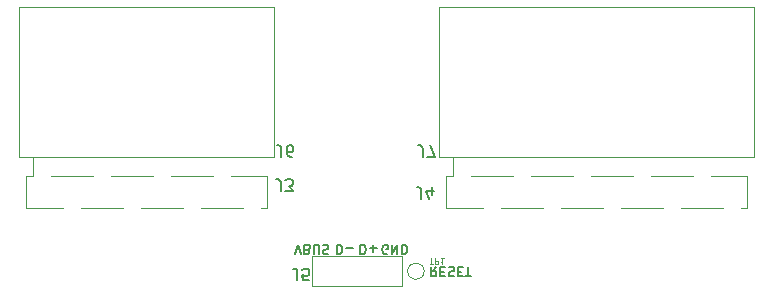
<source format=gbr>
%TF.GenerationSoftware,KiCad,Pcbnew,8.0.6*%
%TF.CreationDate,2024-11-25T22:11:24+01:00*%
%TF.ProjectId,nard_sam,6e617264-5f73-4616-9d2e-6b696361645f,rev?*%
%TF.SameCoordinates,Original*%
%TF.FileFunction,Legend,Bot*%
%TF.FilePolarity,Positive*%
%FSLAX46Y46*%
G04 Gerber Fmt 4.6, Leading zero omitted, Abs format (unit mm)*
G04 Created by KiCad (PCBNEW 8.0.6) date 2024-11-25 22:11:24*
%MOMM*%
%LPD*%
G01*
G04 APERTURE LIST*
%ADD10C,0.150000*%
%ADD11C,0.050000*%
%ADD12C,0.120000*%
G04 APERTURE END LIST*
D10*
X101095238Y-76437704D02*
X101095238Y-77237704D01*
X101095238Y-77237704D02*
X101285714Y-77237704D01*
X101285714Y-77237704D02*
X101400000Y-77199609D01*
X101400000Y-77199609D02*
X101476190Y-77123419D01*
X101476190Y-77123419D02*
X101514285Y-77047228D01*
X101514285Y-77047228D02*
X101552381Y-76894847D01*
X101552381Y-76894847D02*
X101552381Y-76780561D01*
X101552381Y-76780561D02*
X101514285Y-76628180D01*
X101514285Y-76628180D02*
X101476190Y-76551990D01*
X101476190Y-76551990D02*
X101400000Y-76475800D01*
X101400000Y-76475800D02*
X101285714Y-76437704D01*
X101285714Y-76437704D02*
X101095238Y-76437704D01*
X101895238Y-76742466D02*
X102504762Y-76742466D01*
X102200000Y-76437704D02*
X102200000Y-77047228D01*
X107538095Y-78337704D02*
X107271428Y-78718657D01*
X107080952Y-78337704D02*
X107080952Y-79137704D01*
X107080952Y-79137704D02*
X107385714Y-79137704D01*
X107385714Y-79137704D02*
X107461904Y-79099609D01*
X107461904Y-79099609D02*
X107499999Y-79061514D01*
X107499999Y-79061514D02*
X107538095Y-78985323D01*
X107538095Y-78985323D02*
X107538095Y-78871038D01*
X107538095Y-78871038D02*
X107499999Y-78794847D01*
X107499999Y-78794847D02*
X107461904Y-78756752D01*
X107461904Y-78756752D02*
X107385714Y-78718657D01*
X107385714Y-78718657D02*
X107080952Y-78718657D01*
X107880952Y-78756752D02*
X108147618Y-78756752D01*
X108261904Y-78337704D02*
X107880952Y-78337704D01*
X107880952Y-78337704D02*
X107880952Y-79137704D01*
X107880952Y-79137704D02*
X108261904Y-79137704D01*
X108566666Y-78375800D02*
X108680952Y-78337704D01*
X108680952Y-78337704D02*
X108871428Y-78337704D01*
X108871428Y-78337704D02*
X108947619Y-78375800D01*
X108947619Y-78375800D02*
X108985714Y-78413895D01*
X108985714Y-78413895D02*
X109023809Y-78490085D01*
X109023809Y-78490085D02*
X109023809Y-78566276D01*
X109023809Y-78566276D02*
X108985714Y-78642466D01*
X108985714Y-78642466D02*
X108947619Y-78680561D01*
X108947619Y-78680561D02*
X108871428Y-78718657D01*
X108871428Y-78718657D02*
X108719047Y-78756752D01*
X108719047Y-78756752D02*
X108642857Y-78794847D01*
X108642857Y-78794847D02*
X108604762Y-78832942D01*
X108604762Y-78832942D02*
X108566666Y-78909133D01*
X108566666Y-78909133D02*
X108566666Y-78985323D01*
X108566666Y-78985323D02*
X108604762Y-79061514D01*
X108604762Y-79061514D02*
X108642857Y-79099609D01*
X108642857Y-79099609D02*
X108719047Y-79137704D01*
X108719047Y-79137704D02*
X108909524Y-79137704D01*
X108909524Y-79137704D02*
X109023809Y-79099609D01*
X109366667Y-78756752D02*
X109633333Y-78756752D01*
X109747619Y-78337704D02*
X109366667Y-78337704D01*
X109366667Y-78337704D02*
X109366667Y-79137704D01*
X109366667Y-79137704D02*
X109747619Y-79137704D01*
X109976191Y-79137704D02*
X110433334Y-79137704D01*
X110204762Y-78337704D02*
X110204762Y-79137704D01*
X99095238Y-76437704D02*
X99095238Y-77237704D01*
X99095238Y-77237704D02*
X99285714Y-77237704D01*
X99285714Y-77237704D02*
X99400000Y-77199609D01*
X99400000Y-77199609D02*
X99476190Y-77123419D01*
X99476190Y-77123419D02*
X99514285Y-77047228D01*
X99514285Y-77047228D02*
X99552381Y-76894847D01*
X99552381Y-76894847D02*
X99552381Y-76780561D01*
X99552381Y-76780561D02*
X99514285Y-76628180D01*
X99514285Y-76628180D02*
X99476190Y-76551990D01*
X99476190Y-76551990D02*
X99400000Y-76475800D01*
X99400000Y-76475800D02*
X99285714Y-76437704D01*
X99285714Y-76437704D02*
X99095238Y-76437704D01*
X99895238Y-76742466D02*
X100504762Y-76742466D01*
X103390476Y-77199609D02*
X103314286Y-77237704D01*
X103314286Y-77237704D02*
X103200000Y-77237704D01*
X103200000Y-77237704D02*
X103085714Y-77199609D01*
X103085714Y-77199609D02*
X103009524Y-77123419D01*
X103009524Y-77123419D02*
X102971429Y-77047228D01*
X102971429Y-77047228D02*
X102933333Y-76894847D01*
X102933333Y-76894847D02*
X102933333Y-76780561D01*
X102933333Y-76780561D02*
X102971429Y-76628180D01*
X102971429Y-76628180D02*
X103009524Y-76551990D01*
X103009524Y-76551990D02*
X103085714Y-76475800D01*
X103085714Y-76475800D02*
X103200000Y-76437704D01*
X103200000Y-76437704D02*
X103276191Y-76437704D01*
X103276191Y-76437704D02*
X103390476Y-76475800D01*
X103390476Y-76475800D02*
X103428572Y-76513895D01*
X103428572Y-76513895D02*
X103428572Y-76780561D01*
X103428572Y-76780561D02*
X103276191Y-76780561D01*
X103771429Y-76437704D02*
X103771429Y-77237704D01*
X103771429Y-77237704D02*
X104228572Y-76437704D01*
X104228572Y-76437704D02*
X104228572Y-77237704D01*
X104609524Y-76437704D02*
X104609524Y-77237704D01*
X104609524Y-77237704D02*
X104800000Y-77237704D01*
X104800000Y-77237704D02*
X104914286Y-77199609D01*
X104914286Y-77199609D02*
X104990476Y-77123419D01*
X104990476Y-77123419D02*
X105028571Y-77047228D01*
X105028571Y-77047228D02*
X105066667Y-76894847D01*
X105066667Y-76894847D02*
X105066667Y-76780561D01*
X105066667Y-76780561D02*
X105028571Y-76628180D01*
X105028571Y-76628180D02*
X104990476Y-76551990D01*
X104990476Y-76551990D02*
X104914286Y-76475800D01*
X104914286Y-76475800D02*
X104800000Y-76437704D01*
X104800000Y-76437704D02*
X104609524Y-76437704D01*
X95533333Y-77237704D02*
X95800000Y-76437704D01*
X95800000Y-76437704D02*
X96066666Y-77237704D01*
X96599999Y-76856752D02*
X96714285Y-76818657D01*
X96714285Y-76818657D02*
X96752380Y-76780561D01*
X96752380Y-76780561D02*
X96790476Y-76704371D01*
X96790476Y-76704371D02*
X96790476Y-76590085D01*
X96790476Y-76590085D02*
X96752380Y-76513895D01*
X96752380Y-76513895D02*
X96714285Y-76475800D01*
X96714285Y-76475800D02*
X96638095Y-76437704D01*
X96638095Y-76437704D02*
X96333333Y-76437704D01*
X96333333Y-76437704D02*
X96333333Y-77237704D01*
X96333333Y-77237704D02*
X96599999Y-77237704D01*
X96599999Y-77237704D02*
X96676190Y-77199609D01*
X96676190Y-77199609D02*
X96714285Y-77161514D01*
X96714285Y-77161514D02*
X96752380Y-77085323D01*
X96752380Y-77085323D02*
X96752380Y-77009133D01*
X96752380Y-77009133D02*
X96714285Y-76932942D01*
X96714285Y-76932942D02*
X96676190Y-76894847D01*
X96676190Y-76894847D02*
X96599999Y-76856752D01*
X96599999Y-76856752D02*
X96333333Y-76856752D01*
X97133333Y-77237704D02*
X97133333Y-76590085D01*
X97133333Y-76590085D02*
X97171428Y-76513895D01*
X97171428Y-76513895D02*
X97209523Y-76475800D01*
X97209523Y-76475800D02*
X97285714Y-76437704D01*
X97285714Y-76437704D02*
X97438095Y-76437704D01*
X97438095Y-76437704D02*
X97514285Y-76475800D01*
X97514285Y-76475800D02*
X97552380Y-76513895D01*
X97552380Y-76513895D02*
X97590476Y-76590085D01*
X97590476Y-76590085D02*
X97590476Y-77237704D01*
X97933332Y-76475800D02*
X98047618Y-76437704D01*
X98047618Y-76437704D02*
X98238094Y-76437704D01*
X98238094Y-76437704D02*
X98314285Y-76475800D01*
X98314285Y-76475800D02*
X98352380Y-76513895D01*
X98352380Y-76513895D02*
X98390475Y-76590085D01*
X98390475Y-76590085D02*
X98390475Y-76666276D01*
X98390475Y-76666276D02*
X98352380Y-76742466D01*
X98352380Y-76742466D02*
X98314285Y-76780561D01*
X98314285Y-76780561D02*
X98238094Y-76818657D01*
X98238094Y-76818657D02*
X98085713Y-76856752D01*
X98085713Y-76856752D02*
X98009523Y-76894847D01*
X98009523Y-76894847D02*
X97971428Y-76932942D01*
X97971428Y-76932942D02*
X97933332Y-77009133D01*
X97933332Y-77009133D02*
X97933332Y-77085323D01*
X97933332Y-77085323D02*
X97971428Y-77161514D01*
X97971428Y-77161514D02*
X98009523Y-77199609D01*
X98009523Y-77199609D02*
X98085713Y-77237704D01*
X98085713Y-77237704D02*
X98276190Y-77237704D01*
X98276190Y-77237704D02*
X98390475Y-77199609D01*
D11*
X106969048Y-78071290D02*
X107254762Y-78071290D01*
X107111905Y-77571290D02*
X107111905Y-78071290D01*
X107421428Y-77571290D02*
X107421428Y-78071290D01*
X107421428Y-78071290D02*
X107611904Y-78071290D01*
X107611904Y-78071290D02*
X107659523Y-78047480D01*
X107659523Y-78047480D02*
X107683333Y-78023671D01*
X107683333Y-78023671D02*
X107707142Y-77976052D01*
X107707142Y-77976052D02*
X107707142Y-77904623D01*
X107707142Y-77904623D02*
X107683333Y-77857004D01*
X107683333Y-77857004D02*
X107659523Y-77833195D01*
X107659523Y-77833195D02*
X107611904Y-77809385D01*
X107611904Y-77809385D02*
X107421428Y-77809385D01*
X108183333Y-77571290D02*
X107897619Y-77571290D01*
X108040476Y-77571290D02*
X108040476Y-78071290D01*
X108040476Y-78071290D02*
X107992857Y-77999861D01*
X107992857Y-77999861D02*
X107945238Y-77952242D01*
X107945238Y-77952242D02*
X107897619Y-77928433D01*
D10*
X94366666Y-71895180D02*
X94366666Y-71180895D01*
X94366666Y-71180895D02*
X94319047Y-71038038D01*
X94319047Y-71038038D02*
X94223809Y-70942800D01*
X94223809Y-70942800D02*
X94080952Y-70895180D01*
X94080952Y-70895180D02*
X93985714Y-70895180D01*
X94747619Y-71895180D02*
X95366666Y-71895180D01*
X95366666Y-71895180D02*
X95033333Y-71514228D01*
X95033333Y-71514228D02*
X95176190Y-71514228D01*
X95176190Y-71514228D02*
X95271428Y-71466609D01*
X95271428Y-71466609D02*
X95319047Y-71418990D01*
X95319047Y-71418990D02*
X95366666Y-71323752D01*
X95366666Y-71323752D02*
X95366666Y-71085657D01*
X95366666Y-71085657D02*
X95319047Y-70990419D01*
X95319047Y-70990419D02*
X95271428Y-70942800D01*
X95271428Y-70942800D02*
X95176190Y-70895180D01*
X95176190Y-70895180D02*
X94890476Y-70895180D01*
X94890476Y-70895180D02*
X94795238Y-70942800D01*
X94795238Y-70942800D02*
X94747619Y-70990419D01*
X95766666Y-79475180D02*
X95766666Y-78760895D01*
X95766666Y-78760895D02*
X95719047Y-78618038D01*
X95719047Y-78618038D02*
X95623809Y-78522800D01*
X95623809Y-78522800D02*
X95480952Y-78475180D01*
X95480952Y-78475180D02*
X95385714Y-78475180D01*
X96719047Y-79475180D02*
X96242857Y-79475180D01*
X96242857Y-79475180D02*
X96195238Y-78998990D01*
X96195238Y-78998990D02*
X96242857Y-79046609D01*
X96242857Y-79046609D02*
X96338095Y-79094228D01*
X96338095Y-79094228D02*
X96576190Y-79094228D01*
X96576190Y-79094228D02*
X96671428Y-79046609D01*
X96671428Y-79046609D02*
X96719047Y-78998990D01*
X96719047Y-78998990D02*
X96766666Y-78903752D01*
X96766666Y-78903752D02*
X96766666Y-78665657D01*
X96766666Y-78665657D02*
X96719047Y-78570419D01*
X96719047Y-78570419D02*
X96671428Y-78522800D01*
X96671428Y-78522800D02*
X96576190Y-78475180D01*
X96576190Y-78475180D02*
X96338095Y-78475180D01*
X96338095Y-78475180D02*
X96242857Y-78522800D01*
X96242857Y-78522800D02*
X96195238Y-78570419D01*
X106266666Y-72570180D02*
X106266666Y-71855895D01*
X106266666Y-71855895D02*
X106219047Y-71713038D01*
X106219047Y-71713038D02*
X106123809Y-71617800D01*
X106123809Y-71617800D02*
X105980952Y-71570180D01*
X105980952Y-71570180D02*
X105885714Y-71570180D01*
X107171428Y-72236847D02*
X107171428Y-71570180D01*
X106933333Y-72617800D02*
X106695238Y-71903514D01*
X106695238Y-71903514D02*
X107314285Y-71903514D01*
X94416666Y-69020180D02*
X94416666Y-68305895D01*
X94416666Y-68305895D02*
X94369047Y-68163038D01*
X94369047Y-68163038D02*
X94273809Y-68067800D01*
X94273809Y-68067800D02*
X94130952Y-68020180D01*
X94130952Y-68020180D02*
X94035714Y-68020180D01*
X95321428Y-69020180D02*
X95130952Y-69020180D01*
X95130952Y-69020180D02*
X95035714Y-68972561D01*
X95035714Y-68972561D02*
X94988095Y-68924942D01*
X94988095Y-68924942D02*
X94892857Y-68782085D01*
X94892857Y-68782085D02*
X94845238Y-68591609D01*
X94845238Y-68591609D02*
X94845238Y-68210657D01*
X94845238Y-68210657D02*
X94892857Y-68115419D01*
X94892857Y-68115419D02*
X94940476Y-68067800D01*
X94940476Y-68067800D02*
X95035714Y-68020180D01*
X95035714Y-68020180D02*
X95226190Y-68020180D01*
X95226190Y-68020180D02*
X95321428Y-68067800D01*
X95321428Y-68067800D02*
X95369047Y-68115419D01*
X95369047Y-68115419D02*
X95416666Y-68210657D01*
X95416666Y-68210657D02*
X95416666Y-68448752D01*
X95416666Y-68448752D02*
X95369047Y-68543990D01*
X95369047Y-68543990D02*
X95321428Y-68591609D01*
X95321428Y-68591609D02*
X95226190Y-68639228D01*
X95226190Y-68639228D02*
X95035714Y-68639228D01*
X95035714Y-68639228D02*
X94940476Y-68591609D01*
X94940476Y-68591609D02*
X94892857Y-68543990D01*
X94892857Y-68543990D02*
X94845238Y-68448752D01*
X106391666Y-69045180D02*
X106391666Y-68330895D01*
X106391666Y-68330895D02*
X106344047Y-68188038D01*
X106344047Y-68188038D02*
X106248809Y-68092800D01*
X106248809Y-68092800D02*
X106105952Y-68045180D01*
X106105952Y-68045180D02*
X106010714Y-68045180D01*
X106772619Y-69045180D02*
X107439285Y-69045180D01*
X107439285Y-69045180D02*
X107010714Y-68045180D01*
D12*
%TO.C,TP1*%
X106500000Y-78700000D02*
G75*
G02*
X105100000Y-78700000I-700000J0D01*
G01*
X105100000Y-78700000D02*
G75*
G02*
X106500000Y-78700000I700000J0D01*
G01*
%TO.C,J3*%
X72780000Y-73330000D02*
X72780000Y-70670000D01*
X73350000Y-69150000D02*
X73350000Y-70670000D01*
X73350000Y-70670000D02*
X72780000Y-70670000D01*
X75890000Y-73330000D02*
X72780000Y-73330000D01*
X78430000Y-70670000D02*
X74870000Y-70670000D01*
X80970000Y-73330000D02*
X77410000Y-73330000D01*
X83510000Y-70670000D02*
X79950000Y-70670000D01*
X86050000Y-73330000D02*
X82490000Y-73330000D01*
X88590000Y-70670000D02*
X85030000Y-70670000D01*
X91130000Y-73330000D02*
X87570000Y-73330000D01*
X93220000Y-70670000D02*
X90110000Y-70670000D01*
X93220000Y-73330000D02*
X92650000Y-73330000D01*
X93220000Y-73330000D02*
X93220000Y-70670000D01*
%TO.C,J5*%
X104610000Y-79970000D02*
X96990000Y-79970000D01*
X96990000Y-77430000D01*
X104610000Y-77430000D01*
X104610000Y-79970000D01*
%TO.C,J4*%
X108340000Y-73330000D02*
X108340000Y-70670000D01*
X108910000Y-69150000D02*
X108910000Y-70670000D01*
X108910000Y-70670000D02*
X108340000Y-70670000D01*
X111450000Y-73330000D02*
X108340000Y-73330000D01*
X113990000Y-70670000D02*
X110430000Y-70670000D01*
X116530000Y-73330000D02*
X112970000Y-73330000D01*
X119070000Y-70670000D02*
X115510000Y-70670000D01*
X121610000Y-73330000D02*
X118050000Y-73330000D01*
X124150000Y-70670000D02*
X120590000Y-70670000D01*
X126690000Y-73330000D02*
X123130000Y-73330000D01*
X129230000Y-70670000D02*
X125670000Y-70670000D01*
X131770000Y-73330000D02*
X128210000Y-73330000D01*
X133860000Y-70670000D02*
X130750000Y-70670000D01*
X133860000Y-73330000D02*
X133290000Y-73330000D01*
X133860000Y-73330000D02*
X133860000Y-70670000D01*
%TO.C,J6*%
X72205000Y-69050000D02*
X93795000Y-69050000D01*
X93795000Y-56350000D01*
X72205000Y-56350000D01*
X72205000Y-69050000D01*
%TO.C,J7*%
X107765000Y-69050000D02*
X134435000Y-69050000D01*
X134435000Y-56350000D01*
X107765000Y-56350000D01*
X107765000Y-69050000D01*
%TD*%
M02*

</source>
